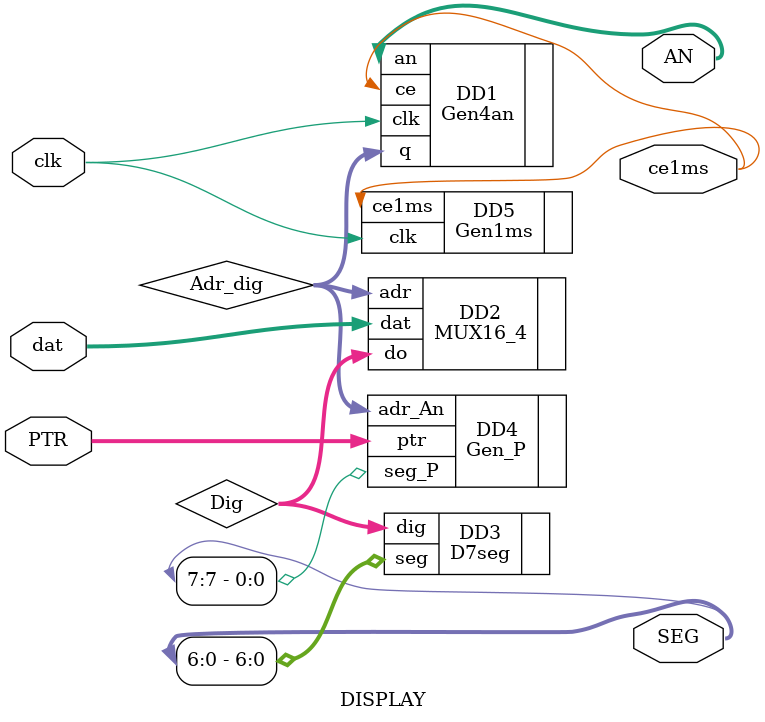
<source format=v>
`timescale 1ns / 1ps

module DISPLAY(
  
  input clk,
  input [15:0]dat,
  input [1:0] PTR,

  output wire [3:0]AN,
  output wire [7:0]SEG,
  output wire ce1ms
);

wire [3:0] Dig;
wire [1:0] Adr_dig;

// Ãåíåðàòîð "àíîäîâ"
Gen4an DD1(.clk(clk), .q(Adr_dig), .ce(ce1ms), .an(AN));

// Ìóëüòèïëåêñîð öèôð
MUX16_4 DD2(.dat(dat), .do(Dig), .adr(Adr_dig));

// Äåøèôðàòîð ñåìèñåãìåíòíûõ ñèìâîëîâ öèôð
D7seg DD3(.dig(Dig), .seg(SEG[6:0]));

// Ãåíåðàòîð òî÷êè
Gen_P DD4(.adr_An(Adr_dig), .seg_P(SEG[7]), .ptr(PTR));

// Ãåíåðàòîð ce1ms
Gen1ms DD5(.clk(clk), .ce1ms(ce1ms));

endmodule

</source>
